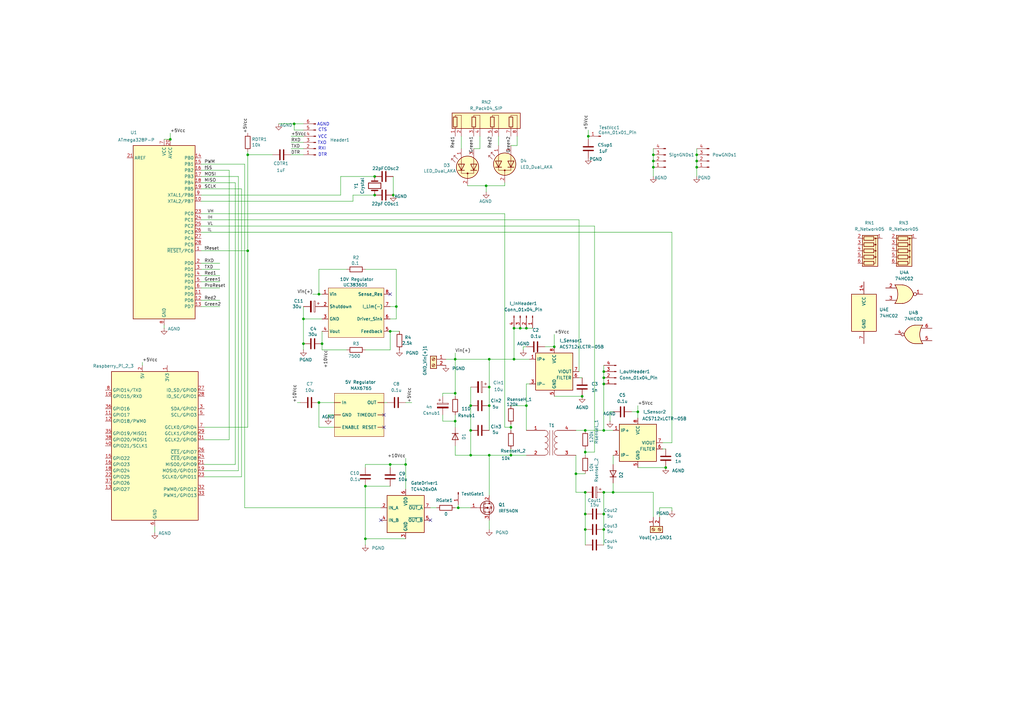
<source format=kicad_sch>
(kicad_sch (version 20250114) (generator "eeschema") (generator_version "9.0")
  (paper "A3")
  (lib_symbols
    (symbol "74xx:74HC02" (pin_names (offset 1.016))
      (property "Reference" "U" (at 0 1.27 0))
      (property "Value" "74HC02" (at 0 -1.27 0))
      (symbol "74HC02_1_1"
        (pin input line (at -7.62 2.54 0) (length 4.318) (name "~") (number "2"))
        (pin input line (at -7.62 -2.54 0) (length 4.318) (name "~") (number "3"))
        (pin output inverted (at 7.62 0 180) (length 3.81) (name "~") (number "1"))
      )
      (symbol "74HC02_1_2"
        (pin input inverted (at -7.62 2.54 0) (length 3.81) (name "~") (number "2"))
        (pin input inverted (at -7.62 -2.54 0) (length 3.81) (name "~") (number "3"))
        (pin output line (at 7.62 0 180) (length 3.81) (name "~") (number "1"))
      )
      (symbol "74HC02_2_1"
        (pin input line (at -7.62 2.54 0) (length 4.318) (name "~") (number "5"))
        (pin input line (at -7.62 -2.54 0) (length 4.318) (name "~") (number "6"))
        (pin output inverted (at 7.62 0 180) (length 3.81) (name "~") (number "4"))
      )
      (symbol "74HC02_2_2"
        (pin input inverted (at -7.62 2.54 0) (length 3.81) (name "~") (number "5"))
        (pin input inverted (at -7.62 -2.54 0) (length 3.81) (name "~") (number "6"))
        (pin output line (at 7.62 0 180) (length 3.81) (name "~") (number "4"))
      )
      (symbol "74HC02_3_1"
        (pin input line (at -7.62 2.54 0) (length 4.318) (name "~") (number "8"))
        (pin input line (at -7.62 -2.54 0) (length 4.318) (name "~") (number "9"))
        (pin output inverted (at 7.62 0 180) (length 3.81) (name "~") (number "10"))
      )
      (symbol "74HC02_3_2"
        (pin input inverted (at -7.62 2.54 0) (length 3.81) (name "~") (number "8"))
        (pin input inverted (at -7.62 -2.54 0) (length 3.81) (name "~") (number "9"))
        (pin output line (at 7.62 0 180) (length 3.81) (name "~") (number "10"))
      )
      (symbol "74HC02_4_1"
        (pin input line (at -7.62 2.54 0) (length 4.318) (name "~") (number "11"))
        (pin input line (at -7.62 -2.54 0) (length 4.318) (name "~") (number "12"))
        (pin output inverted (at 7.62 0 180) (length 3.81) (name "~") (number "13"))
      )
      (symbol "74HC02_4_2"
        (pin input inverted (at -7.62 2.54 0) (length 3.81) (name "~") (number "11"))
        (pin input inverted (at -7.62 -2.54 0) (length 3.81) (name "~") (number "12"))
        (pin output line (at 7.62 0 180) (length 3.81) (name "~") (number "13"))
      )
      (symbol "74HC02_5_0"
        (pin power_in line (at 0 12.7 270) (length 5.08) (name "VCC") (number "14"))
        (pin power_in line (at 0 -12.7 90) (length 5.08) (name "GND") (number "7"))
      )
    )
    (symbol "Connector:Conn_01x01_Pin" (pin_names (offset 1.016) (hide yes))
      (property "Reference" "J" (at 0 2.54 0))
      (property "Value" "Conn_01x01_Pin" (at 0 -2.54 0))
      (symbol "Conn_01x01_Pin_1_1"
        (pin passive line (at 5.08 0 180) (length 3.81) (name "Pin_1") (number "1"))
      )
    )
    (symbol "Connector:Conn_01x04_Pin" (pin_names (offset 1.016) (hide yes))
      (property "Reference" "J" (at 0 5.08 0))
      (property "Value" "Conn_01x04_Pin" (at 0 -7.62 0))
      (symbol "Conn_01x04_Pin_1_1"
        (pin passive line (at 5.08 2.54 180) (length 3.81) (name "Pin_1") (number "1"))
        (pin passive line (at 5.08 0 180) (length 3.81) (name "Pin_2") (number "2"))
        (pin passive line (at 5.08 -2.54 180) (length 3.81) (name "Pin_3") (number "3"))
        (pin passive line (at 5.08 -5.08 180) (length 3.81) (name "Pin_4") (number "4"))
      )
    )
    (symbol "Connector:Raspberry_Pi_2_3"
      (property "Reference" "J" (at -17.78 31.75 0))
      (property "Value" "Raspberry_Pi_2_3" (at 10.16 -31.75 0))
      (symbol "Raspberry_Pi_2_3_1_1"
        (pin bidirectional line (at -20.32 22.86 0) (length 2.54) (name "GPIO14/TXD") (number "8"))
        (pin bidirectional line (at -20.32 20.32 0) (length 2.54) (name "GPIO15/RXD") (number "10"))
        (pin bidirectional line (at -20.32 15.24 0) (length 2.54) (name "GPIO16") (number "36"))
        (pin bidirectional line (at -20.32 12.7 0) (length 2.54) (name "GPIO17") (number "11"))
        (pin bidirectional line (at -20.32 10.16 0) (length 2.54) (name "GPIO18/PWM0") (number "12"))
        (pin bidirectional line (at -20.32 5.08 0) (length 2.54) (name "GPIO19/MISO1") (number "35"))
        (pin bidirectional line (at -20.32 2.54 0) (length 2.54) (name "GPIO20/MOSI1") (number "38"))
        (pin bidirectional line (at -20.32 0 0) (length 2.54) (name "GPIO21/SCLK1") (number "40"))
        (pin bidirectional line (at -20.32 -5.08 0) (length 2.54) (name "GPIO22") (number "15"))
        (pin bidirectional line (at -20.32 -7.62 0) (length 2.54) (name "GPIO23") (number "16"))
        (pin bidirectional line (at -20.32 -10.16 0) (length 2.54) (name "GPIO24") (number "18"))
        (pin bidirectional line (at -20.32 -12.7 0) (length 2.54) (name "GPIO25") (number "22"))
        (pin bidirectional line (at -20.32 -15.24 0) (length 2.54) (name "GPIO26") (number "37"))
        (pin bidirectional line (at -20.32 -17.78 0) (length 2.54) (name "GPIO27") (number "13"))
        (pin power_in line (at -5.08 33.02 270) (length 2.54) (name "5V") (number "2"))
        (pin passive line (at -5.08 33.02 270) (length 2.54) (hide yes) (name "5V") (number "4"))
        (pin passive line (at 0 -33.02 90) (length 2.54) (hide yes) (name "GND") (number "14"))
        (pin passive line (at 0 -33.02 90) (length 2.54) (hide yes) (name "GND") (number "20"))
        (pin passive line (at 0 -33.02 90) (length 2.54) (hide yes) (name "GND") (number "25"))
        (pin passive line (at 0 -33.02 90) (length 2.54) (hide yes) (name "GND") (number "30"))
        (pin passive line (at 0 -33.02 90) (length 2.54) (hide yes) (name "GND") (number "34"))
        (pin passive line (at 0 -33.02 90) (length 2.54) (hide yes) (name "GND") (number "39"))
        (pin power_in line (at 0 -33.02 90) (length 2.54) (name "GND") (number "6"))
        (pin passive line (at 0 -33.02 90) (length 2.54) (hide yes) (name "GND") (number "9"))
        (pin power_in line (at 5.08 33.02 270) (length 2.54) (name "3V3") (number "1"))
        (pin passive line (at 5.08 33.02 270) (length 2.54) (hide yes) (name "3V3") (number "17"))
        (pin bidirectional line (at 20.32 22.86 180) (length 2.54) (name "ID_SD/GPIO0") (number "27"))
        (pin bidirectional line (at 20.32 20.32 180) (length 2.54) (name "ID_SC/GPIO1") (number "28"))
        (pin bidirectional line (at 20.32 15.24 180) (length 2.54) (name "SDA/GPIO2") (number "3"))
        (pin bidirectional line (at 20.32 12.7 180) (length 2.54) (name "SCL/GPIO3") (number "5"))
        (pin bidirectional line (at 20.32 7.62 180) (length 2.54) (name "GCLK0/GPIO4") (number "7"))
        (pin bidirectional line (at 20.32 5.08 180) (length 2.54) (name "GCLK1/GPIO5") (number "29"))
        (pin bidirectional line (at 20.32 2.54 180) (length 2.54) (name "GCLK2/GPIO6") (number "31"))
        (pin bidirectional line (at 20.32 -2.54 180) (length 2.54) (name "~{CE1}/GPIO7") (number "26"))
        (pin bidirectional line (at 20.32 -5.08 180) (length 2.54) (name "~{CE0}/GPIO8") (number "24"))
        (pin bidirectional line (at 20.32 -7.62 180) (length 2.54) (name "MISO0/GPIO9") (number "21"))
        (pin bidirectional line (at 20.32 -10.16 180) (length 2.54) (name "MOSI0/GPIO10") (number "19"))
        (pin bidirectional line (at 20.32 -12.7 180) (length 2.54) (name "SCLK0/GPIO11") (number "23"))
        (pin bidirectional line (at 20.32 -17.78 180) (length 2.54) (name "PWM0/GPIO12") (number "32"))
        (pin bidirectional line (at 20.32 -20.32 180) (length 2.54) (name "PWM1/GPIO13") (number "33"))
      )
    )
    (symbol "Connector:Screw_Terminal_01x02" (pin_names (offset 1.016) (hide yes))
      (property "Reference" "J" (at 0 2.54 0))
      (property "Value" "Screw_Terminal_01x02" (at 0 -5.08 0))
      (symbol "Screw_Terminal_01x02_1_1"
        (pin passive line (at -5.08 0 0) (length 3.81) (name "Pin_1") (number "1"))
        (pin passive line (at -5.08 -2.54 0) (length 3.81) (name "Pin_2") (number "2"))
      )
    )
    (symbol "Device:C" (pin_numbers (hide yes)) (pin_names (offset 0.254))
      (property "Reference" "C" (at 0.635 2.54 0))
      (property "Value" "C" (at 0.635 -2.54 0))
      (symbol "C_1_1"
        (pin passive line (at 0 3.81 270) (length 2.794) (name "~") (number "1"))
        (pin passive line (at 0 -3.81 90) (length 2.794) (name "~") (number "2"))
      )
    )
    (symbol "Device:C_Polarized" (pin_numbers (hide yes)) (pin_names (offset 0.254))
      (property "Reference" "C" (at 0.635 2.54 0))
      (property "Value" "C_Polarized" (at 0.635 -2.54 0))
      (symbol "C_Polarized_1_1"
        (pin passive line (at 0 3.81 270) (length 2.794) (name "~") (number "1"))
        (pin passive line (at 0 -3.81 90) (length 2.794) (name "~") (number "2"))
      )
    )
    (symbol "Device:D" (pin_numbers (hide yes)) (pin_names (offset 1.016) (hide yes))
      (property "Reference" "D" (at 0 2.54 0))
      (property "Value" "D" (at 0 -2.54 0))
      (symbol "D_1_1"
        (pin passive line (at -3.81 0 0) (length 2.54) (name "K") (number "1"))
        (pin passive line (at 3.81 0 180) (length 2.54) (name "A") (number "2"))
      )
    )
    (symbol "Device:LED_Dual_AKA" (pin_names (offset 0) (hide yes))
      (property "Reference" "D" (at 0 5.715 0))
      (property "Value" "LED_Dual_AKA" (at 0 -6.35 0))
      (symbol "LED_Dual_AKA_1_1"
        (pin input line (at -7.62 0 0) (length 3.048) (name "K") (number "2"))
        (pin input line (at 7.62 2.54 180) (length 3.81) (name "A1") (number "1"))
        (pin input line (at 7.62 -2.54 180) (length 3.81) (name "A2") (number "3"))
      )
    )
    (symbol "Device:R" (pin_numbers (hide yes)) (pin_names (offset 0))
      (property "Reference" "R" (at 2.032 0 90))
      (property "Value" "R" (at 0 0 90))
      (symbol "R_1_1"
        (pin passive line (at 0 3.81 270) (length 1.27) (name "~") (number "1"))
        (pin passive line (at 0 -3.81 90) (length 1.27) (name "~") (number "2"))
      )
    )
    (symbol "Device:R_Network05" (pin_names (offset 0) (hide yes))
      (property "Reference" "RN" (at -7.62 0 90))
      (property "Value" "R_Network05" (at 7.62 0 90))
      (symbol "R_Network05_1_1"
        (pin passive line (at -5.08 5.08 270) (length 2.54) (name "common") (number "1"))
        (pin passive line (at -5.08 -5.08 90) (length 1.27) (name "R1") (number "2"))
        (pin passive line (at -2.54 -5.08 90) (length 1.27) (name "R2") (number "3"))
        (pin passive line (at 0 -5.08 90) (length 1.27) (name "R3") (number "4"))
        (pin passive line (at 2.54 -5.08 90) (length 1.27) (name "R4") (number "5"))
        (pin passive line (at 5.08 -5.08 90) (length 1.27) (name "R5") (number "6"))
      )
    )
    (symbol "Device:R_Pack04_SIP" (pin_names (offset 0) (hide yes))
      (property "Reference" "RN" (at -15.24 0 90))
      (property "Value" "R_Pack04_SIP" (at 15.24 0 90))
      (symbol "R_Pack04_SIP_1_1"
        (pin passive line (at -12.7 -5.08 90) (length 3.81) (name "R1.1") (number "1"))
        (pin passive line (at -10.16 -5.08 90) (length 3.81) (name "R1.2") (number "2"))
        (pin passive line (at -5.08 -5.08 90) (length 3.81) (name "R2.1") (number "3"))
        (pin passive line (at -2.54 -5.08 90) (length 3.81) (name "R2.2") (number "4"))
        (pin passive line (at 2.54 -5.08 90) (length 3.81) (name "R3.1") (number "5"))
        (pin passive line (at 5.08 -5.08 90) (length 3.81) (name "R3.2") (number "6"))
        (pin passive line (at 10.16 -5.08 90) (length 3.81) (name "R4.1") (number "7"))
        (pin passive line (at 12.7 -5.08 90) (length 3.81) (name "R4.2") (number "8"))
      )
    )
    (symbol "Device:Transformer_1P_1S" (pin_names (offset 1.016) (hide yes))
      (property "Reference" "T" (at 0 6.35 0))
      (property "Value" "Transformer_1P_1S" (at 0 -7.62 0))
      (symbol "Transformer_1P_1S_1_1"
        (pin passive line (at -10.16 5.08 0) (length 7.62) (name "AA") (number "1"))
        (pin passive line (at -10.16 -5.08 0) (length 7.62) (name "AB") (number "2"))
        (pin passive line (at 10.16 5.08 180) (length 7.62) (name "SB") (number "4"))
        (pin passive line (at 10.16 -5.08 180) (length 7.62) (name "SA") (number "3"))
      )
    )
    (symbol "Driver_FET:TC4426xOA"
      (property "Reference" "U" (at -7.62 8.89 0))
      (property "Value" "TC4426xOA" (at 1.27 8.89 0))
      (symbol "TC4426xOA_1_1"
        (pin input line (at -10.16 2.54 0) (length 2.54) (name "IN_A") (number "2"))
        (pin input line (at -10.16 -2.54 0) (length 2.54) (name "IN_B") (number "4"))
        (pin no_connect line (at -7.62 0 0) (length 2.54) (hide yes) (name "NC") (number "1"))
        (pin power_in line (at 0 10.16 270) (length 2.54) (name "VDD") (number "6"))
        (pin power_in line (at 0 -10.16 90) (length 2.54) (name "GND") (number "3"))
        (pin no_connect line (at 7.62 0 180) (length 2.54) (hide yes) (name "NC") (number "8"))
        (pin output line (at 10.16 2.54 180) (length 2.54) (name "~{OUT_A}") (number "7"))
        (pin output line (at 10.16 -2.54 180) (length 2.54) (name "~{OUT_B}") (number "5"))
      )
    )
    (symbol "MCU_Microchip_ATmega:ATmega328P-P"
      (property "Reference" "U" (at -12.7 36.83 0))
      (property "Value" "ATmega328P-P" (at 2.54 -36.83 0))
      (symbol "ATmega328P-P_1_1"
        (pin passive line (at -15.24 30.48 0) (length 2.54) (name "AREF") (number "21"))
        (pin power_in line (at 0 38.1 270) (length 2.54) (name "VCC") (number "7"))
        (pin passive line (at 0 -38.1 90) (length 2.54) (hide yes) (name "GND") (number "22"))
        (pin power_in line (at 0 -38.1 90) (length 2.54) (name "GND") (number "8"))
        (pin power_in line (at 2.54 38.1 270) (length 2.54) (name "AVCC") (number "20"))
        (pin bidirectional line (at 15.24 30.48 180) (length 2.54) (name "PB0") (number "14"))
        (pin bidirectional line (at 15.24 27.94 180) (length 2.54) (name "PB1") (number "15"))
        (pin bidirectional line (at 15.24 25.4 180) (length 2.54) (name "PB2") (number "16"))
        (pin bidirectional line (at 15.24 22.86 180) (length 2.54) (name "PB3") (number "17"))
        (pin bidirectional line (at 15.24 20.32 180) (length 2.54) (name "PB4") (number "18"))
        (pin bidirectional line (at 15.24 17.78 180) (length 2.54) (name "PB5") (number "19"))
        (pin bidirectional line (at 15.24 15.24 180) (length 2.54) (name "XTAL1/PB6") (number "9"))
        (pin bidirectional line (at 15.24 12.7 180) (length 2.54) (name "XTAL2/PB7") (number "10"))
        (pin bidirectional line (at 15.24 7.62 180) (length 2.54) (name "PC0") (number "23"))
        (pin bidirectional line (at 15.24 5.08 180) (length 2.54) (name "PC1") (number "24"))
        (pin bidirectional line (at 15.24 2.54 180) (length 2.54) (name "PC2") (number "25"))
        (pin bidirectional line (at 15.24 0 180) (length 2.54) (name "PC3") (number "26"))
        (pin bidirectional line (at 15.24 -2.54 180) (length 2.54) (name "PC4") (number "27"))
        (pin bidirectional line (at 15.24 -5.08 180) (length 2.54) (name "PC5") (number "28"))
        (pin bidirectional line (at 15.24 -7.62 180) (length 2.54) (name "~{RESET}/PC6") (number "1"))
        (pin bidirectional line (at 15.24 -12.7 180) (length 2.54) (name "PD0") (number "2"))
        (pin bidirectional line (at 15.24 -15.24 180) (length 2.54) (name "PD1") (number "3"))
        (pin bidirectional line (at 15.24 -17.78 180) (length 2.54) (name "PD2") (number "4"))
        (pin bidirectional line (at 15.24 -20.32 180) (length 2.54) (name "PD3") (number "5"))
        (pin bidirectional line (at 15.24 -22.86 180) (length 2.54) (name "PD4") (number "6"))
        (pin bidirectional line (at 15.24 -25.4 180) (length 2.54) (name "PD5") (number "11"))
        (pin bidirectional line (at 15.24 -27.94 180) (length 2.54) (name "PD6") (number "12"))
        (pin bidirectional line (at 15.24 -30.48 180) (length 2.54) (name "PD7") (number "13"))
      )
    )
    (symbol "New_Library:MAX6765"
      (property "Reference" "MAX6765" (at 0 0 0))
      (symbol "MAX6765_1_1"
        (pin input line (at -10.16 -5.08 0) (length 2.54) (name "In") (number ""))
        (pin input line (at -10.16 -10.16 0) (length 2.54) (name "GND") (number ""))
        (pin input line (at -10.16 -15.24 0) (length 2.54) (name "ENABLE") (number ""))
        (pin input line (at 10.16 -5.08 180) (length 2.54) (name "OUT") (number ""))
        (pin input line (at 10.16 -10.16 180) (length 2.54) (name "TIMEOUT") (number ""))
        (pin input line (at 10.16 -15.24 180) (length 2.54) (name "RESET") (number ""))
      )
    )
    (symbol "Regulator:UC2836D"
      (property "Reference" "UC2836D" (at 0 0 0))
      (symbol "UC2836D_1_1"
        (pin input line (at -13.97 -3.81 0) (length 2.54) (name "Vin") (number "1"))
        (pin input line (at -13.97 -8.89 0) (length 2.54) (name "Shutdown") (number "2"))
        (pin output line (at -13.97 -13.97 0) (length 2.54) (name "GND") (number "3"))
        (pin output line (at -13.97 -19.05 0) (length 2.54) (name "Vout") (number "4"))
        (pin unspecified line (at 13.97 -3.81 180) (length 2.54) (name "Sense_Res") (number "8"))
        (pin output line (at 13.97 -8.89 180) (length 2.54) (name "I_Lim(-)") (number "7"))
        (pin input line (at 13.97 -13.97 180) (length 2.54) (name "Driver_Sink") (number "6"))
        (pin input line (at 13.97 -19.05 180) (length 2.54) (name "Feedback") (number "5"))
      )
    )
    (symbol "Sensor_Current:ACS712xLCTR-05B"
      (property "Reference" "U" (at 2.54 11.43 0))
      (property "Value" "ACS712xLCTR-05B" (at 2.54 8.89 0))
      (symbol "ACS712xLCTR-05B_1_1"
        (pin passive line (at -10.16 5.08 0) (length 2.54) (name "IP+") (number "1"))
        (pin passive line (at -10.16 5.08 0) (length 2.54) (hide yes) (name "IP+") (number "2"))
        (pin passive line (at -10.16 -5.08 0) (length 2.54) (name "IP-") (number "3"))
        (pin passive line (at -10.16 -5.08 0) (length 2.54) (hide yes) (name "IP-") (number "4"))
        (pin power_in line (at 0 10.16 270) (length 2.54) (name "VCC") (number "8"))
        (pin power_in line (at 0 -10.16 90) (length 2.54) (name "GND") (number "5"))
        (pin output line (at 10.16 0 180) (length 2.54) (name "VIOUT") (number "7"))
        (pin passive line (at 10.16 -2.54 180) (length 2.54) (name "FILTER") (number "6"))
      )
    )
    (symbol "Transistor_FET:IRF540N" (pin_names (hide yes))
      (property "Reference" "Q" (at 5.08 1.905 0))
      (property "Value" "IRF540N" (at 5.08 0 0))
      (symbol "IRF540N_1_1"
        (pin input line (at -5.08 0 0) (length 2.54) (name "G") (number "1"))
        (pin passive line (at 2.54 5.08 270) (length 2.54) (name "D") (number "2"))
        (pin passive line (at 2.54 -5.08 90) (length 2.54) (name "S") (number "3"))
      )
    )
    (symbol "Xtal_16MHz:Crystal" (pin_numbers (hide yes)) (pin_names (offset 1.016) (hide yes))
      (property "Reference" "Y" (at 0 3.81 0))
      (property "Value" "Crystal" (at 0 -3.81 0))
      (symbol "Crystal_1_1"
        (pin passive line (at -3.81 0 0) (length 1.27) (name "1") (number "1"))
        (pin passive line (at 3.81 0 180) (length 1.27) (name "2") (number "2"))
      )
    )
    (symbol "conn_01x06_male:Conn_01x06_Male" (pin_names (offset 1.016) (hide yes))
      (property "Reference" "HeaderFTDI1" (at -6.35 -1.524 0))
      (property "Value" "Conn_01x06_Male" (at -6.35 -3.8354 0))
      (symbol "Conn_01x06_Male_1_1"
        (pin passive line (at 5.08 5.08 180) (length 3.81) (name "Pin_1") (number "1"))
        (pin passive line (at 5.08 2.54 180) (length 3.81) (name "Pin_2") (number "2"))
        (pin passive line (at 5.08 0 180) (length 3.81) (name "Pin_3") (number "3"))
        (pin passive line (at 5.08 -2.54 180) (length 3.81) (name "Pin_4") (number "4"))
        (pin passive line (at 5.08 -5.08 180) (length 3.81) (name "Pin_5") (number "5"))
        (pin passive line (at 5.08 -7.62 180) (length 3.81) (name "Pin_6") (number "6"))
      )
    )
    (symbol "power:GND" (power) (pin_numbers (hide yes)) (pin_names (offset 0) (hide yes))
      (property "Value" "GND" (at 0 -3.81 0))
      (symbol "GND_1_1"
        (pin power_in line (at 0 0 270) (length 0) (name "~") (number "1"))
      )
    )
  )
  (text "AGND\n\n" (at 132.588 52.07 0) (effects (font (size 1.27 1.27))))
  (text "VCC" (at 132.334 56.134 0) (effects (font (size 1.27 1.27))))
  (text "RXI\n" (at 132.08 60.96 0) (effects (font (size 1.27 1.27))))
  (text "CTS\n" (at 132.334 53.34 0) (effects (font (size 1.27 1.27))))
  (text "TXO\n\n" (at 132.08 59.69 0) (effects (font (size 1.27 1.27))))
  (text "DTR\n" (at 132.334 63.5 0) (effects (font (size 1.27 1.27))))
  (junction (at 285.75 68.58))
  (junction (at 187.96 208.28))
  (junction (at 209.55 175.26))
  (junction (at 193.04 166.37))
  (junction (at 199.39 76.2))
  (junction (at 285.75 63.5))
  (junction (at 247.65 201.93))
  (junction (at 285.75 66.04))
  (junction (at 240.03 185.42))
  (junction (at 200.66 186.69))
  (junction (at 247.65 210.82))
  (junction (at 186.69 172.72))
  (junction (at 238.76 162.56))
  (junction (at 247.65 154.94))
  (junction (at 273.05 191.77))
  (junction (at 130.81 165.1))
  (junction (at 247.65 176.53))
  (junction (at 241.3 55.88))
  (junction (at 215.9 166.37))
  (junction (at 210.82 134.62))
  (junction (at 240.03 217.17))
  (junction (at 240.03 176.53))
  (junction (at 120.65 50.8))
  (junction (at 153.67 72.39))
  (junction (at 240.03 210.82))
  (junction (at 160.02 135.89))
  (junction (at 267.97 66.04))
  (junction (at 124.46 130.81))
  (junction (at 213.36 134.62))
  (junction (at 240.03 201.93))
  (junction (at 227.33 142.24))
  (junction (at 153.67 80.01))
  (junction (at 101.6 63.5))
  (junction (at 186.69 147.32))
  (junction (at 261.62 168.91))
  (junction (at 236.22 194.31))
  (junction (at 247.65 157.48))
  (junction (at 251.46 201.93))
  (junction (at 130.81 120.65))
  (junction (at 149.86 199.39))
  (junction (at 101.6 102.87))
  (junction (at 267.97 68.58))
  (junction (at 215.9 134.62))
  (junction (at 161.29 80.01))
  (junction (at 186.69 161.29))
  (junction (at 166.37 190.5))
  (junction (at 149.86 220.98))
  (junction (at 210.82 147.32))
  (junction (at 267.97 63.5))
  (junction (at 193.04 176.53))
  (junction (at 200.66 166.37))
  (junction (at 247.65 152.4))
  (junction (at 200.66 158.75))
  (junction (at 162.56 125.73))
  (junction (at 200.66 147.32))
  (junction (at 132.08 140.97))
  (junction (at 69.85 57.15))
  (junction (at 209.55 186.69))
  (junction (at 160.02 190.5))
  (junction (at 193.04 186.69))
  (junction (at 124.46 140.97))
  (junction (at 247.65 217.17))
  (no_connect (at 160.02 120.65))
  (no_connect (at 157.48 175.26))
  (no_connect (at 176.53 213.36))
  (no_connect (at 156.21 213.36))
  (no_connect (at 157.48 170.18))
  (wire (pts (xy 130.81 175.26) (xy 130.81 165.1)))
  (wire (pts (xy 209.55 166.37) (xy 215.9 166.37)))
  (wire (pts (xy 199.39 76.2) (xy 199.39 78.74)))
  (wire (pts (xy 149.86 199.39) (xy 160.02 199.39)))
  (wire (pts (xy 101.6 63.5) (xy 111.76 63.5)))
  (wire (pts (xy 182.88 147.32) (xy 186.69 147.32)))
  (wire (pts (xy 67.31 133.35) (xy 67.31 134.62)))
  (wire (pts (xy 247.65 157.48) (xy 247.65 176.53)))
  (wire (pts (xy 261.62 191.77) (xy 273.05 191.77)))
  (wire (pts (xy 119.38 63.5) (xy 124.46 63.5)))
  (wire (pts (xy 209.55 173.99) (xy 209.55 175.26)))
  (wire (pts (xy 162.56 130.81) (xy 162.56 125.73)))
  (wire (pts (xy 181.61 161.29) (xy 186.69 161.29)))
  (wire (pts (xy 120.65 50.8) (xy 120.65 53.34)))
  (wire (pts (xy 82.55 107.95) (xy 90.17 107.95)))
  (wire (pts (xy 96.52 74.93) (xy 82.55 74.93)))
  (wire (pts (xy 267.97 66.04) (xy 267.97 68.58)))
  (wire (pts (xy 139.7 72.39) (xy 139.7 80.01)))
  (wire (pts (xy 200.66 147.32) (xy 210.82 147.32)))
  (wire (pts (xy 82.55 115.57) (xy 90.17 115.57)))
  (wire (pts (xy 130.81 120.65) (xy 130.81 110.49)))
  (wire (pts (xy 162.56 125.73) (xy 160.02 125.73)))
  (wire (pts (xy 243.84 185.42) (xy 240.03 185.42)))
  (wire (pts (xy 157.48 165.1) (xy 158.75 165.1)))
  (wire (pts (xy 186.69 172.72) (xy 186.69 170.18)))
  (wire (pts (xy 82.55 87.63) (xy 207.01 87.63)))
  (wire (pts (xy 207.01 76.2) (xy 207.01 74.93)))
  (wire (pts (xy 193.04 166.37) (xy 193.04 176.53)))
  (wire (pts (xy 83.82 193.04) (xy 97.79 193.04)))
  (wire (pts (xy 161.29 72.39) (xy 161.29 80.01)))
  (wire (pts (xy 210.82 134.62) (xy 210.82 147.32)))
  (wire (pts (xy 128.27 120.65) (xy 130.81 120.65)))
  (wire (pts (xy 236.22 201.93) (xy 240.03 201.93)))
  (wire (pts (xy 207.01 87.63) (xy 207.01 175.26)))
  (wire (pts (xy 97.79 193.04) (xy 97.79 72.39)))
  (wire (pts (xy 82.55 113.03) (xy 90.17 113.03)))
  (wire (pts (xy 236.22 186.69) (xy 236.22 194.31)))
  (wire (pts (xy 187.96 208.28) (xy 193.04 208.28)))
  (wire (pts (xy 132.08 143.51) (xy 142.24 143.51)))
  (wire (pts (xy 130.81 110.49) (xy 142.24 110.49)))
  (wire (pts (xy 240.03 217.17) (xy 240.03 223.52)))
  (wire (pts (xy 193.04 176.53) (xy 193.04 186.69)))
  (wire (pts (xy 285.75 68.58) (xy 285.75 72.39)))
  (wire (pts (xy 82.55 125.73) (xy 90.17 125.73)))
  (wire (pts (xy 209.55 175.26) (xy 209.55 176.53)))
  (wire (pts (xy 241.3 55.88) (xy 241.3 57.15)))
  (wire (pts (xy 166.37 190.5) (xy 166.37 187.96)))
  (wire (pts (xy 144.78 82.55) (xy 82.55 82.55)))
  (wire (pts (xy 83.82 175.26) (xy 101.6 175.26)))
  (wire (pts (xy 193.04 158.75) (xy 193.04 166.37)))
  (wire (pts (xy 99.06 77.47) (xy 82.55 77.47)))
  (wire (pts (xy 223.52 142.24) (xy 227.33 142.24)))
  (wire (pts (xy 247.65 176.53) (xy 251.46 176.53)))
  (wire (pts (xy 186.69 161.29) (xy 186.69 147.32)))
  (wire (pts (xy 132.08 140.97) (xy 132.08 143.51)))
  (wire (pts (xy 270.51 208.28) (xy 270.51 212.09)))
  (wire (pts (xy 124.46 125.73) (xy 124.46 130.81)))
  (wire (pts (xy 100.33 208.28) (xy 156.21 208.28)))
  (wire (pts (xy 247.65 149.86) (xy 247.65 152.4)))
  (wire (pts (xy 247.65 210.82) (xy 247.65 201.93)))
  (wire (pts (xy 247.65 152.4) (xy 247.65 154.94)))
  (wire (pts (xy 267.97 201.93) (xy 251.46 201.93)))
  (wire (pts (xy 144.78 80.01) (xy 153.67 80.01)))
  (wire (pts (xy 247.65 201.93) (xy 251.46 201.93)))
  (wire (pts (xy 162.56 110.49) (xy 162.56 125.73)))
  (wire (pts (xy 236.22 176.53) (xy 240.03 176.53)))
  (wire (pts (xy 186.69 162.56) (xy 186.69 161.29)))
  (wire (pts (xy 149.86 110.49) (xy 162.56 110.49)))
  (wire (pts (xy 121.92 165.1) (xy 123.19 165.1)))
  (wire (pts (xy 214.63 142.24) (xy 214.63 143.51)))
  (wire (pts (xy 101.6 62.23) (xy 101.6 63.5)))
  (wire (pts (xy 82.55 102.87) (xy 101.6 102.87)))
  (wire (pts (xy 251.46 168.91) (xy 250.19 168.91)))
  (wire (pts (xy 285.75 63.5) (xy 285.75 66.04)))
  (wire (pts (xy 250.19 168.91) (xy 250.19 172.72)))
  (wire (pts (xy 101.6 102.87) (xy 101.6 63.5)))
  (wire (pts (xy 247.65 217.17) (xy 247.65 210.82)))
  (wire (pts (xy 82.55 92.71) (xy 243.84 92.71)))
  (wire (pts (xy 271.78 181.61) (xy 275.59 181.61)))
  (wire (pts (xy 82.55 123.19) (xy 90.17 123.19)))
  (wire (pts (xy 237.49 152.4) (xy 237.49 90.17)))
  (wire (pts (xy 236.22 194.31) (xy 240.03 194.31)))
  (wire (pts (xy 204.47 55.88) (xy 204.47 59.69)))
  (wire (pts (xy 227.33 137.16) (xy 227.33 142.24)))
  (wire (pts (xy 120.65 50.8) (xy 124.46 50.8)))
  (wire (pts (xy 209.55 184.15) (xy 209.55 186.69)))
  (wire (pts (xy 58.42 148.59) (xy 58.42 149.86)))
  (wire (pts (xy 82.55 69.85) (xy 93.98 69.85)))
  (wire (pts (xy 189.23 55.88) (xy 189.23 60.96)))
  (wire (pts (xy 82.55 95.25) (xy 275.59 95.25)))
  (wire (pts (xy 160.02 135.89) (xy 163.83 135.89)))
  (wire (pts (xy 200.66 158.75) (xy 200.66 166.37)))
  (wire (pts (xy 97.79 72.39) (xy 82.55 72.39)))
  (wire (pts (xy 139.7 72.39) (xy 153.67 72.39)))
  (wire (pts (xy 259.08 168.91) (xy 261.62 168.91)))
  (wire (pts (xy 139.7 80.01) (xy 82.55 80.01)))
  (wire (pts (xy 119.38 60.96) (xy 124.46 60.96)))
  (wire (pts (xy 63.5 215.9) (xy 63.5 218.44)))
  (wire (pts (xy 267.97 60.96) (xy 267.97 63.5)))
  (wire (pts (xy 209.55 186.69) (xy 200.66 186.69)))
  (wire (pts (xy 267.97 201.93) (xy 267.97 212.09)))
  (wire (pts (xy 186.69 144.78) (xy 186.69 147.32)))
  (wire (pts (xy 215.9 157.48) (xy 215.9 166.37)))
  (wire (pts (xy 285.75 60.96) (xy 285.75 63.5)))
  (wire (pts (xy 119.38 55.88) (xy 124.46 55.88)))
  (wire (pts (xy 191.77 76.2) (xy 199.39 76.2)))
  (wire (pts (xy 181.61 170.18) (xy 181.61 172.72)))
  (wire (pts (xy 247.65 154.94) (xy 247.65 157.48)))
  (wire (pts (xy 210.82 134.62) (xy 213.36 134.62)))
  (wire (pts (xy 237.49 90.17) (xy 82.55 90.17)))
  (wire (pts (xy 119.38 58.42) (xy 124.46 58.42)))
  (wire (pts (xy 100.33 67.31) (xy 100.33 208.28)))
  (wire (pts (xy 186.69 175.26) (xy 186.69 172.72)))
  (wire (pts (xy 137.16 165.1) (xy 130.81 165.1)))
  (wire (pts (xy 199.39 76.2) (xy 207.01 76.2)))
  (wire (pts (xy 207.01 175.26) (xy 209.55 175.26)))
  (wire (pts (xy 181.61 162.56) (xy 181.61 161.29)))
  (wire (pts (xy 176.53 208.28) (xy 179.07 208.28)))
  (wire (pts (xy 124.46 130.81) (xy 132.08 130.81)))
  (wire (pts (xy 270.51 208.28) (xy 275.59 208.28)))
  (wire (pts (xy 209.55 59.69) (xy 212.09 59.69)))
  (wire (pts (xy 82.55 67.31) (xy 100.33 67.31)))
  (wire (pts (xy 215.9 142.24) (xy 214.63 142.24)))
  (wire (pts (xy 160.02 190.5) (xy 160.02 191.77)))
  (wire (pts (xy 247.65 223.52) (xy 247.65 217.17)))
  (wire (pts (xy 82.55 110.49) (xy 90.17 110.49)))
  (wire (pts (xy 149.86 220.98) (xy 149.86 223.52)))
  (wire (pts (xy 212.09 55.88) (xy 212.09 59.69)))
  (wire (pts (xy 124.46 143.51) (xy 124.46 140.97)))
  (wire (pts (xy 200.66 213.36) (xy 200.66 217.17)))
  (wire (pts (xy 67.31 57.15) (xy 69.85 57.15)))
  (wire (pts (xy 267.97 68.58) (xy 267.97 72.39)))
  (wire (pts (xy 160.02 130.81) (xy 162.56 130.81)))
  (wire (pts (xy 217.17 157.48) (xy 215.9 157.48)))
  (wire (pts (xy 240.03 210.82) (xy 240.03 217.17)))
  (wire (pts (xy 200.66 147.32) (xy 200.66 158.75)))
  (wire (pts (xy 243.84 92.71) (xy 243.84 185.42)))
  (wire (pts (xy 240.03 185.42) (xy 240.03 184.15)))
  (wire (pts (xy 187.96 207.01) (xy 187.96 208.28)))
  (wire (pts (xy 166.37 165.1) (xy 168.91 165.1)))
  (wire (pts (xy 215.9 166.37) (xy 215.9 176.53)))
  (wire (pts (xy 134.62 170.18) (xy 137.16 170.18)))
  (wire (pts (xy 144.78 80.01) (xy 144.78 82.55)))
  (wire (pts (xy 130.81 175.26) (xy 137.16 175.26)))
  (wire (pts (xy 96.52 190.5) (xy 96.52 74.93)))
  (wire (pts (xy 210.82 147.32) (xy 217.17 147.32)))
  (wire (pts (xy 200.66 166.37) (xy 200.66 176.53)))
  (wire (pts (xy 149.86 199.39) (xy 149.86 220.98)))
  (wire (pts (xy 101.6 175.26) (xy 101.6 102.87)))
  (wire (pts (xy 186.69 186.69) (xy 186.69 182.88)))
  (wire (pts (xy 194.31 60.96) (xy 196.85 60.96)))
  (wire (pts (xy 251.46 201.93) (xy 251.46 198.12)))
  (wire (pts (xy 149.86 190.5) (xy 160.02 190.5)))
  (wire (pts (xy 186.69 186.69) (xy 193.04 186.69)))
  (wire (pts (xy 275.59 95.25) (xy 275.59 181.61)))
  (wire (pts (xy 251.46 186.69) (xy 251.46 190.5)))
  (wire (pts (xy 149.86 191.77) (xy 149.86 190.5)))
  (wire (pts (xy 83.82 190.5) (xy 96.52 190.5)))
  (wire (pts (xy 124.46 53.34) (xy 120.65 53.34)))
  (wire (pts (xy 93.98 180.34) (xy 83.82 180.34)))
  (wire (pts (xy 186.69 147.32) (xy 200.66 147.32)))
  (wire (pts (xy 193.04 186.69) (xy 200.66 186.69)))
  (wire (pts (xy 124.46 130.81) (xy 124.46 140.97)))
  (wire (pts (xy 261.62 168.91) (xy 261.62 171.45)))
  (wire (pts (xy 166.37 190.5) (xy 160.02 190.5)))
  (wire (pts (xy 99.06 195.58) (xy 99.06 77.47)))
  (wire (pts (xy 240.03 176.53) (xy 247.65 176.53)))
  (wire (pts (xy 130.81 120.65) (xy 132.08 120.65)))
  (wire (pts (xy 93.98 180.34) (xy 93.98 69.85)))
  (wire (pts (xy 261.62 166.37) (xy 261.62 168.91)))
  (wire (pts (xy 285.75 66.04) (xy 285.75 68.58)))
  (wire (pts (xy 82.55 118.11) (xy 90.17 118.11)))
  (wire (pts (xy 186.69 208.28) (xy 187.96 208.28)))
  (wire (pts (xy 215.9 186.69) (xy 209.55 186.69)))
  (wire (pts (xy 83.82 195.58) (xy 99.06 195.58)))
  (wire (pts (xy 69.85 54.61) (xy 69.85 57.15)))
  (wire (pts (xy 267.97 63.5) (xy 267.97 66.04)))
  (wire (pts (xy 236.22 194.31) (xy 236.22 201.93)))
  (wire (pts (xy 114.3 50.8) (xy 120.65 50.8)))
  (wire (pts (xy 200.66 186.69) (xy 200.66 203.2)))
  (wire (pts (xy 240.03 186.69) (xy 240.03 185.42)))
  (wire (pts (xy 275.59 208.28) (xy 275.59 209.55)))
  (wire (pts (xy 134.62 170.18) (xy 134.62 171.45)))
  (wire (pts (xy 241.3 53.34) (xy 241.3 55.88)))
  (wire (pts (xy 215.9 134.62) (xy 218.44 134.62)))
  (wire (pts (xy 149.86 220.98) (xy 166.37 220.98)))
  (wire (pts (xy 240.03 201.93) (xy 240.03 210.82)))
  (wire (pts (xy 166.37 190.5) (xy 166.37 200.66)))
  (wire (pts (xy 213.36 134.62) (xy 215.9 134.62)))
  (wire (pts (xy 238.76 154.94) (xy 237.49 154.94)))
  (wire (pts (xy 196.85 55.88) (xy 196.85 60.96)))
  (wire (pts (xy 160.02 143.51) (xy 160.02 135.89)))
  (wire (pts (xy 227.33 162.56) (xy 238.76 162.56)))
  (wire (pts (xy 273.05 184.15) (xy 271.78 184.15)))
  (wire (pts (xy 181.61 172.72) (xy 186.69 172.72)))
  (wire (pts (xy 149.86 143.51) (xy 160.02 143.51)))
  (wire (pts (xy 132.08 135.89) (xy 132.08 140.97)))
  (label "VL" (at 85.09 92.71 0))
  (label "Vin(+)" (at 186.69 144.78 0))
  (label "Red1" (at 186.69 55.88 270))
  (label "SCLK" (at 83.82 77.47 0))
  (label "PWM" (at 83.82 67.31 0))
  (label "RXD" (at 119.38 58.42 0))
  (label "Red1" (at 83.82 113.03 0))
  (label "Red2" (at 201.93 55.88 270))
  (label "+5Vcc" (at 168.91 165.1 90))
  (label "Vin(+)" (at 128.27 120.65 180))
  (label "ProReset" (at 83.82 118.11 0))
  (label "+5Vcc" (at 58.42 148.59 0))
  (label "MOSI" (at 83.82 72.39 0))
  (label "!SS" (at 83.82 69.85 0))
  (label "+10Vcc" (at 121.92 165.1 90))
  (label "DTR" (at 119.38 63.5 0))
  (label "Green1" (at 83.82 115.57 0))
  (label "+5Vcc" (at 241.3 53.34 90))
  (label "MISO" (at 83.82 74.93 0))
  (label "RXD" (at 83.82 107.95 0))
  (label "IL" (at 85.09 95.25 0))
  (label "Green1" (at 194.31 55.88 270))
  (label "VH" (at 85.09 87.63 0))
  (label "+5Vcc" (at 69.85 54.61 0))
  (label "Green2" (at 209.55 55.88 270))
  (label "+5Vcc" (at 261.62 166.37 0))
  (label "Green2" (at 83.82 125.73 0))
  (label "!Reset" (at 83.82 102.87 0))
  (label "+10Vcc" (at 166.37 187.96 180))
  (label "+5Vcc" (at 227.33 137.16 0))
  (label "+5Vcc" (at 101.6 54.61 90))
  (label "IH" (at 85.09 90.17 0))
  (label "TXD" (at 83.82 110.49 0))
  (label "TXD" (at 119.38 60.96 0))
  (label "Red2" (at 83.82 123.19 0))
  (label "+10Vcc" (at 134.62 143.51 270))
  (label "+5Vcc" (at 119.38 55.88 0))
  (symbol (lib_id "power:GND") (at 275.59 209.55 0) (unit 1)
    (property "Reference" "#PWR021" (effects (hide yes)))
    (property "Value" "PGND" (at 271.78 210.566 0))
    (property "Description" "Power symbol creates a global label with name \"GND\" , ground" (effects (hide yes)))
  )
  (symbol (lib_id "Device:C") (at 196.85 176.53 270) (unit 1)
    (property "Reference" "Cin3" (at 203.454 175.006 90))
    (property "Value" "5u" (at 203.2 177.292 90))
    (property "Footprint" "Capacitor_SMD:C_0805_2012Metric" (effects (hide yes)))
    (property "Datasheet" "https://mm.digikey.com/Volume0/opasdata/d220001/medias/docus/41/CL21A475KAQNNNE_Spec.pdf" (effects (hide yes)))
    (property "Description" "Unpolarized capacitor" (effects (hide yes)))
  )
  (symbol (lib_id "74xx:74HC02") (at 370.84 120.65 0) (unit 1)
    (property "Reference" "U4" (at 370.84 111.76 0))
    (property "Value" "74HC02" (at 370.84 114.3 0))
    (property "Footprint" "Package_DIP:DIP-14_W7.62mm_LongPads" (effects (hide yes)))
    (property "Datasheet" "http://www.ti.com/lit/gpn/sn74hc02" (effects (hide yes)))
    (property "Description" "quad 2-input NOR gate" (effects (hide yes)))
  )
  (symbol (lib_id "power:GND") (at 273.05 191.77 0) (unit 1)
    (property "Reference" "#PWR06" (effects (hide yes)))
    (property "Value" "AGND" (at 275.59 193.0399 0) (effects (justify left)))
    (property "Description" "Power symbol creates a global label with name \"GND\" , ground" (effects (hide yes)))
  )
  (symbol (lib_id "power:GND") (at 238.76 162.56 0) (unit 1)
    (property "Reference" "#PWR04" (effects (hide yes)))
    (property "Value" "AGND" (at 236.22 167.132 0) (effects (justify left)))
    (property "Description" "Power symbol creates a global label with name \"GND\" , ground" (effects (hide yes)))
  )
  (symbol (lib_id "power:GND") (at 67.31 134.62 0) (unit 1)
    (property "Reference" "#PWR011" (effects (hide yes)))
    (property "Value" "AGND" (at 71.374 134.874 0))
    (property "Description" "Power symbol creates a global label with name \"GND\" , ground" (effects (hide yes)))
  )
  (symbol (lib_id "Device:R") (at 209.55 170.18 180) (unit 1)
    (property "Reference" "RsenseH_1" (at 218.186 163.83 0) (effects (justify left)))
    (property "Value" "120k" (at 212.598 165.862 0) (effects (justify left)))
    (property "Footprint" "Resistor_SMD:R_0805_2012Metric" (effects (hide yes)))
    (property "Datasheet" "https://www.vishay.com/docs/20035/dcrcwe3.pdf" (effects (hide yes)))
    (property "Description" "Resistor" (effects (hide yes)))
  )
  (symbol (lib_id "power:GND") (at 199.39 78.74 0) (unit 1)
    (property "Reference" "#PWR08" (effects (hide yes)))
    (property "Value" "AGND" (at 199.136 82.55 0))
    (property "Description" "Power symbol creates a global label with name \"GND\" , ground" (effects (hide yes)))
  )
  (symbol (lib_id "Device:C") (at 162.56 165.1 90) (unit 1)
    (property "Reference" "C8" (at 162.56 157.48 90))
    (property "Value" "0.1u" (at 162.56 160.02 90))
    (property "Footprint" "Capacitor_SMD:C_0805_2012Metric" (effects (hide yes)))
    (property "Datasheet" "https://www.yageo.com/upload/media/product/productsearch/datasheet/mlcc/UPY-GPHC_X7R_6.3V-to-250V_24.pdf" (effects (hide yes)))
    (property "Description" "Unpolarized capacitor" (effects (hide yes)))
  )
  (symbol (lib_id "Device:C") (at 157.48 72.39 270) (unit 1)
    (property "Reference" "COsc2" (at 157.48 69.088 90) (effects (justify left)))
    (property "Value" "22pF" (at 152.654 69.088 90) (effects (justify left)))
    (property "Footprint" "Capacitor_SMD:C_0201_0603Metric" (effects (hide yes)))
  )
  (symbol (lib_id "Connector:Conn_01x01_Pin") (at 187.96 201.93 270) (unit 1)
    (property "Reference" "TestGate1" (at 189.23 202.5649 90) (effects (justify left)))
    (property "Value" "Conn_01x01_Pin" (effects (hide yes)))
    (property "Footprint" "Connector_JST:JST_XH_B1B-XH-AM_1x01_P2.50mm_Vertical" (effects (hide yes)))
    (property "Description" "Generic connector, single row, 01x01, script generated" (effects (hide yes)))
  )
  (symbol (lib_id "Driver_FET:TC4426xOA") (at 166.37 210.82 0) (unit 1)
    (property "Reference" "GateDriver1" (at 168.5133 198.12 0) (effects (justify left)))
    (property "Value" "TC4426xOA" (at 168.5133 200.66 0) (effects (justify left)))
    (property "Footprint" "Package_SO:SOIC-8_3.9x4.9mm_P1.27mm" (effects (hide yes)))
    (property "Datasheet" "https://ww1.microchip.com/downloads/en/DeviceDoc/20001422G.pdf" (effects (hide yes)))
    (property "Description" "1.5A Dual High-Speed Power MOSFET Drivers, 4.5...18V supply, TTL/CMOS compatible inputs, inverting drivers, SOIC-8" (effects (hide yes)))
  )
  (symbol (lib_id "power:GND") (at 241.3 64.77 0) (unit 1)
    (property "Reference" "#PWR015" (effects (hide yes)))
    (property "Value" "PGND" (at 244.348 65.278 0))
    (property "Description" "Power symbol creates a global label with name \"GND\" , ground" (effects (hide yes)))
  )
  (symbol (lib_id "power:GND") (at 114.3 50.8 0) (unit 1)
    (property "Reference" "#PWR016" (effects (hide yes)))
    (property "Value" "AGND" (at 117.348 51.308 0))
    (property "Description" "Power symbol creates a global label with name \"GND\" , ground" (effects (hide yes)))
  )
  (symbol (lib_id "Device:C") (at 115.57 63.5 90) (unit 1)
    (property "Reference" "CDTR1" (at 118.364 67.056 90) (effects (justify left)))
    (property "Value" "1uF" (at 117.094 69.85 90) (effects (justify left)))
    (property "Footprint" "Capacitor_SMD:C_0402_1005Metric" (effects (hide yes)))
    (property "Datasheet" "https://mm.digikey.com/Volume0/opasdata/d220001/medias/docus/272/mlcc02_e-1307760.pdf" (effects (hide yes)))
  )
  (symbol (lib_id "Sensor_Current:ACS712xLCTR-05B") (at 227.33 152.4 0) (unit 1)
    (property "Reference" "I_Sensor1" (at 229.4733 139.7 0) (effects (justify left)))
    (property "Value" "ACS712xLCTR-05B" (at 229.4733 142.24 0) (effects (justify left)))
    (property "Footprint" "Package_SO:SOIC-8_3.9x4.9mm_P1.27mm" (effects (hide yes)))
    (property "Datasheet" "http://www.allegromicro.com/~/media/Files/Datasheets/ACS712-Datasheet.ashx?la=en" (effects (hide yes)))
    (property "Description" "±5A Bidirectional Hall-Effect Current Sensor, +5.0V supply, 185mV/A, SOIC-8" (effects (hide yes)))
  )
  (symbol (lib_id "Device:R_Network05") (at 370.84 102.87 270) (unit 1)
    (property "Reference" "RN3" (at 370.586 91.44 90))
    (property "Value" "R_Network05" (at 370.586 93.98 90))
    (property "Footprint" "Resistor_THT:R_Array_SIP6" (effects (hide yes)))
    (property "Datasheet" "http://www.vishay.com/docs/31509/csc.pdf" (effects (hide yes)))
    (property "Description" "5 resistor network, star topology, bussed resistors, small symbol" (effects (hide yes)))
  )
  (symbol (lib_id "Connector:Conn_01x04_Pin") (at 252.73 154.94 180) (unit 1)
    (property "Reference" "I_outHeader1" (at 254 152.3999 0) (effects (justify right)))
    (property "Value" "Conn_01x04_Pin" (at 254 154.9399 0) (effects (justify right)))
    (property "Footprint" "Connector_PinHeader_2.54mm:PinHeader_1x04_P2.54mm_Vertical" (effects (hide yes)))
    (property "Description" "Generic connector, single row, 01x04, script generated" (effects (hide yes)))
  )
  (symbol (lib_id "Device:C") (at 238.76 158.75 180) (unit 1)
    (property "Reference" "C3" (at 242.57 157.4799 0) (effects (justify right)))
    (property "Value" "1n" (at 242.57 160.0199 0) (effects (justify right)))
    (property "Footprint" "Capacitor_SMD:C_0805_2012Metric" (effects (hide yes)))
    (property "Description" "Unpolarized capacitor" (effects (hide yes)))
  )
  (symbol (lib_id "power:GND") (at 182.88 149.86 0) (unit 1)
    (property "Reference" "#PWR018" (effects (hide yes)))
    (property "Value" "PGND" (at 185.42 151.1299 0) (effects (justify left)))
    (property "Description" "Power symbol creates a global label with name \"GND\" , ground" (effects (hide yes)))
  )
  (symbol (lib_id "Device:C") (at 128.27 140.97 270) (unit 1)
    (property "Reference" "C4" (at 128.524 134.874 90))
    (property "Value" "30u" (at 128.27 137.16 90))
    (property "Footprint" "Capacitor_SMD:C_1206_3216Metric" (effects (hide yes)))
    (property "Datasheet" "https://product.tdk.com/system/files/dam/doc/product/capacitor/ceramic/mlcc/catalog/mlcc_commercial_general_en.pdf" (effects (hide yes)))
    (property "Description" "Unpolarized capacitor" (effects (hide yes)))
  )
  (symbol (lib_id "Connector:Conn_01x04_Pin") (at 215.9 129.54 270) (unit 1)
    (property "Reference" "I_InHeader1" (at 214.63 124.46 90))
    (property "Value" "Conn_01x04_Pin" (at 214.63 127 90))
    (property "Footprint" "Connector_PinHeader_2.54mm:PinHeader_1x04_P2.54mm_Vertical" (effects (hide yes)))
    (property "Description" "Generic connector, single row, 01x04, script generated" (effects (hide yes)))
  )
  (symbol (lib_id "power:GND") (at 134.62 171.45 0) (unit 1)
    (property "Reference" "#PWR09" (effects (hide yes)))
    (property "Value" "AGND" (at 134.62 170.942 0))
    (property "Description" "Power symbol creates a global label with name \"GND\" , ground" (effects (hide yes)))
  )
  (symbol (lib_id "Device:C_Polarized") (at 128.27 125.73 270) (unit 1)
    (property "Reference" "C11" (at 124.46 123.444 90) (effects (justify right)))
    (property "Value" "30u" (at 123.698 125.73 90) (effects (justify right)))
    (property "Datasheet" "https://datasheets.kyocera-avx.com/kyocera-avx-apa-series.pdf" (effects (hide yes)))
    (property "Description" "Polarized capacitor" (effects (hide yes)))
  )
  (symbol (lib_id "Device:D") (at 186.69 179.07 270) (unit 1)
    (property "Reference" "D1" (at 190.246 179.07 0))
    (property "Value" "D" (effects (hide yes)))
    (property "Footprint" "Package_TO_SOT_SMD:TO-252-3_TabPin2" (effects (hide yes)))
    (property "Datasheet" "https://www.onsemi.com/pdf/datasheet/mbrd835l-d.pdf" (effects (hide yes)))
    (property "Description" "Diode" (effects (hide yes)))
    (property "Sim.Device" "D" (effects (hide yes)))
    (property "Sim.Pins" "1=K 2=A" (effects (hide yes)))
  )
  (symbol (lib_id "power:GND") (at 163.83 143.51 0) (unit 1)
    (property "Reference" "#PWR014" (effects (hide yes)))
    (property "Value" "PGND" (at 166.37 144.7799 0) (effects (justify left)))
    (property "Description" "Power symbol creates a global label with name \"GND\" , ground" (effects (hide yes)))
  )
  (symbol (lib_id "Device:C") (at 241.3 60.96 0) (unit 1)
    (property "Reference" "CSup1" (at 245.11 59.436 0) (effects (justify left)))
    (property "Value" "1uF" (at 245.618 61.976 0) (effects (justify left)))
    (property "Footprint" "Capacitor_SMD:C_0402_1005Metric" (effects (hide yes)))
    (property "Datasheet" "https://mm.digikey.com/Volume0/opasdata/d220001/medias/docus/272/mlcc02_e-1307760.pdf" (effects (hide yes)))
  )
  (symbol (lib_id "Device:R") (at 101.6 58.42 180) (unit 1)
    (property "Reference" "RDTR1" (at 109.474 57.15 0) (effects (justify left)))
    (property "Value" "10k" (at 106.934 59.436 0) (effects (justify left)))
    (property "Footprint" "Resistor_SMD:R_0805_2012Metric" (effects (hide yes)))
    (property "Datasheet" "https://www.susumu.co.jp/common/pdf/n_catalog_partition05_en.pdf" (effects (hide yes)))
    (property "Description" "Resistor" (effects (hide yes)))
  )
  (symbol (lib_id "Device:C") (at 243.84 210.82 270) (unit 1)
    (property "Reference" "Cout2" (at 250.444 209.296 90))
    (property "Value" "5u" (at 250.19 211.582 90))
    (property "Footprint" "Capacitor_SMD:C_0805_2012Metric" (effects (hide yes)))
    (property "Datasheet" "https://mm.digikey.com/Volume0/opasdata/d220001/medias/docus/41/CL21A475KAQNNNE_Spec.pdf" (effects (hide yes)))
    (property "Description" "Unpolarized capacitor" (effects (hide yes)))
  )
  (symbol (lib_id "Device:C") (at 196.85 166.37 270) (unit 1)
    (property "Reference" "Cin2" (at 203.454 164.338 90))
    (property "Value" "5u" (at 203.2 166.878 90))
    (property "Footprint" "Capacitor_SMD:C_0805_2012Metric" (effects (hide yes)))
    (property "Datasheet" "https://mm.digikey.com/Volume0/opasdata/d220001/medias/docus/41/CL21A475KAQNNNE_Spec.pdf" (effects (hide yes)))
    (property "Description" "Unpolarized capacitor" (effects (hide yes)))
  )
  (symbol (lib_id "Device:R") (at 146.05 143.51 90) (unit 1)
    (property "Reference" "R3" (at 147.32 140.97 90) (effects (justify left)))
    (property "Value" "7500" (at 147.828 146.05 90) (effects (justify left)))
    (property "Footprint" "Resistor_SMD:R_0805_2012Metric" (effects (hide yes)))
    (property "Datasheet" "https://www.vishay.com/docs/60026/ptn.pdf" (effects (hide yes)))
    (property "Description" "Resistor" (effects (hide yes)))
  )
  (symbol (lib_id "74xx:74HC02") (at 374.65 137.16 180) (unit 2)
    (property "Reference" "U4" (at 374.65 128.27 0))
    (property "Value" "74HC02" (at 374.65 130.81 0))
    (property "Footprint" "Package_DIP:DIP-14_W7.62mm_LongPads" (effects (hide yes)))
    (property "Datasheet" "http://www.ti.com/lit/gpn/sn74hc02" (effects (hide yes)))
    (property "Description" "quad 2-input NOR gate" (effects (hide yes)))
  )
  (symbol (lib_id "Sensor_Current:ACS712xLCTR-05B") (at 261.62 181.61 0) (unit 1)
    (property "Reference" "I_Sensor2" (at 263.7633 168.91 0) (effects (justify left)))
    (property "Value" "ACS712xLCTR-05B" (at 263.398 171.704 0) (effects (justify left)))
    (property "Footprint" "Package_SO:SOIC-8_3.9x4.9mm_P1.27mm" (effects (hide yes)))
    (property "Datasheet" "http://www.allegromicro.com/~/media/Files/Datasheets/ACS712-Datasheet.ashx?la=en" (effects (hide yes)))
    (property "Description" "±5A Bidirectional Hall-Effect Current Sensor, +5.0V supply, 185mV/A, SOIC-8" (effects (hide yes)))
  )
  (symbol (lib_id "Device:LED_Dual_AKA") (at 207.01 67.31 90) (unit 1)
    (property "Reference" "D4" (at 213.36 65.9764 90) (effects (justify right)))
    (property "Value" "LED_Dual_AKA" (at 213.36 68.5164 90) (effects (justify right)))
    (property "Footprint" "FlybackSpecialtyComps:LED_3pin_P2.54mm" (effects (hide yes)))
    (property "Datasheet" "https://www.americanbrightled.com/pdffiles/led-components/through-hole/BL-BEG204-7-E.pdf" (effects (hide yes)))
    (property "Description" "Dual LED, common cathode on pin 2" (effects (hide yes)))
  )
  (symbol (lib_id "Device:C_Polarized") (at 181.61 166.37 0) (unit 1)
    (property "Reference" "Csnub1" (at 180.594 169.418 0) (effects (justify right)))
    (property "Value" "4n" (at 177.292 166.878 0) (effects (justify right)))
    (property "Footprint" "Capacitor_SMD:C_0805_2012Metric" (effects (hide yes)))
    (property "Datasheet" "https://www.yageogroup.com/content/datasheet/asset/file/KEM_C1003_C0G_SMD" (effects (hide yes)))
    (property "Description" "Polarized capacitor" (effects (hide yes)))
  )
  (symbol (lib_id "Device:R_Network05") (at 356.87 102.87 270) (unit 1)
    (property "Reference" "RN1" (at 356.616 91.44 90))
    (property "Value" "R_Network05" (at 356.616 93.98 90))
    (property "Footprint" "Resistor_THT:R_Array_SIP6" (effects (hide yes)))
    (property "Datasheet" "http://www.vishay.com/docs/31509/csc.pdf" (effects (hide yes)))
    (property "Description" "5 resistor network, star topology, bussed resistors, small symbol" (effects (hide yes)))
  )
  (symbol (lib_id "MCU_Microchip_ATmega:ATmega328P-P") (at 67.31 95.25 0) (unit 1)
    (property "Reference" "U1" (at 54.864 54.356 0))
    (property "Value" "ATmega328P-P" (at 55.88 57.404 0))
    (property "Footprint" "Package_DIP:DIP-28_W7.62mm" (effects (hide yes)))
    (property "Datasheet" "http://ww1.microchip.com/downloads/en/DeviceDoc/ATmega328_P%20AVR%20MCU%20with%20picoPower%20Technology%20Data%20Sheet%2040001984A.pdf" (effects (hide yes)))
    (property "Description" "20MHz, 32kB Flash, 2kB SRAM, 1kB EEPROM, DIP-28" (effects (hide yes)))
  )
  (symbol (lib_id "power:GND") (at 124.46 143.51 0) (unit 1)
    (property "Reference" "#PWR013" (effects (hide yes)))
    (property "Value" "PGND" (at 122.682 147.574 0) (effects (justify left)))
    (property "Description" "Power symbol creates a global label with name \"GND\" , ground" (effects (hide yes)))
  )
  (symbol (lib_id "Device:LED_Dual_AKA") (at 191.77 68.58 90) (unit 1)
    (property "Reference" "D3" (at 181.864 67.818 90) (effects (justify right)))
    (property "Value" "LED_Dual_AKA" (at 173.736 70.104 90) (effects (justify right)))
    (property "Footprint" "FlybackSpecialtyComps:LED_3pin_P2.54mm" (effects (hide yes)))
    (property "Datasheet" "https://www.americanbrightled.com/pdffiles/led-components/through-hole/BL-BEG204-7-E.pdf" (effects (hide yes)))
    (property "Description" "Dual LED, common cathode on pin 2" (effects (hide yes)))
  )
  (symbol (lib_id "Device:C_Polarized") (at 196.85 158.75 270) (unit 1)
    (property "Reference" "Cin1" (at 204.47 156.972 90))
    (property "Value" "10u" (at 204.47 159.766 90))
    (property "Footprint" "Capacitor_SMD:CP_Elec_5x4.5" (effects (hide yes)))
    (property "Datasheet" "~https://industrial.panasonic.com/cdbs/www-data/pdf/AAB8000/AAB8000C175.pdf" (effects (hide yes)))
    (property "Description" "Polarized capacitor" (effects (hide yes)))
  )
  (symbol (lib_id "Device:R") (at 209.55 180.34 180) (unit 1)
    (property "Reference" "RsenseH_2" (at 215.646 184.912 0) (effects (justify left)))
    (property "Value" "10k" (at 209.296 187.96 0) (effects (justify left)))
    (property "Footprint" "Resistor_SMD:R_0402_1005Metric_Pad0.72x0.64mm_HandSolder" (effects (hide yes)))
    (property "Datasheet" "https://www.yageo.com/upload/media/product/products/datasheet/rchip/PYu-RC_Group_51_RoHS_L_12.pdf" (effects (hide yes)))
    (property "Description" "Resistor" (effects (hide yes)))
  )
  (symbol (lib_id "Device:R") (at 240.03 180.34 0) (unit 1)
    (property "Reference" "RsenseL_1" (at 244.602 182.118 90) (effects (justify left)))
    (property "Value" "120k" (at 242.57 181.6099 90) (effects (justify left)))
    (property "Description" "Resistor" (effects (hide yes)))
  )
  (symbol (lib_id "power:GND") (at 63.5 218.44 0) (unit 1)
    (property "Reference" "#PWR012" (effects (hide yes)))
    (property "Value" "AGND" (at 67.564 218.694 0))
    (property "Description" "Power symbol creates a global label with name \"GND\" , ground" (effects (hide yes)))
  )
  (symbol (lib_id "Device:R") (at 146.05 110.49 90) (unit 1)
    (property "Reference" "R2" (at 147.32 105.664 90) (effects (justify left)))
    (property "Value" "0.1" (at 147.3199 107.95 90) (effects (justify left)))
    (property "Description" "Resistor" (effects (hide yes)))
  )
  (symbol (lib_id "Xtal_16MHz:Crystal") (at 153.67 76.2 90) (unit 1)
    (property "Reference" "Y1" (at 146.05 76.2 0))
    (property "Value" "Crystal" (at 148.59 76.2 0))
    (property "Footprint" "FlybackSpecialtyComps:oscillator" (effects (hide yes)))
    (property "Datasheet" "https://ecsxtal.com/store/pdf/ecs-3961_3963.pdf" (effects (hide yes)))
    (property "Description" "Two pin crystal" (effects (hide yes)))
  )
  (symbol (lib_id "power:GND") (at 285.75 72.39 0) (unit 1)
    (property "Reference" "#PWR020" (effects (hide yes)))
    (property "Value" "PGND" (at 288.798 72.898 0))
    (property "Description" "Power symbol creates a global label with name \"GND\" , ground" (effects (hide yes)))
  )
  (symbol (lib_id "Device:R") (at 182.88 208.28 90) (unit 1)
    (property "Reference" "RGate1" (at 185.674 205.232 90) (effects (justify left)))
    (property "Value" "0" (at 183.642 210.82 90) (effects (justify left)))
    (property "Footprint" "Resistor_SMD:R_0603_1608Metric" (effects (hide yes)))
    (property "Datasheet" "https://www.yageo.com/upload/media/product/products/datasheet/rchip/PYu-RC_Group_51_RoHS_L_12.pdf" (effects (hide yes)))
    (property "Description" "Resistor" (effects (hide yes)))
  )
  (symbol (lib_id "power:GND") (at 267.97 72.39 0) (unit 1)
    (property "Reference" "#PWR017" (effects (hide yes)))
    (property "Value" "AGND" (at 271.018 72.898 0))
    (property "Description" "Power symbol creates a global label with name \"GND\" , ground" (effects (hide yes)))
  )
  (symbol (lib_id "New_Library:MAX6765") (at 147.32 160.02 0) (unit 1)
    (property "Reference" "MAX6765" (at 148.082 159.258 0))
    (property "Value" "5V Regulator" (at 147.828 156.718 0))
    (property "Footprint" "FlybackSpecialtyComps:Max6765" (effects (hide yes)))
    (property "Datasheet" "https://www.mouser.com/datasheet/2/609/MAX6765_MAX6774-3470695.pdf" (effects (hide yes)))
  )
  (symbol (lib_id "Connector:Conn_01x04_Pin") (at 273.05 66.04 180) (unit 1)
    (property "Reference" "SignGNDs1" (at 274.32 63.4999 0) (effects (justify right)))
    (property "Value" "Conn_01x04_Pin" (effects (hide yes)))
    (property "Footprint" "Connector_PinHeader_2.54mm:PinHeader_1x04_P2.54mm_Vertical" (effects (hide yes)))
    (property "Description" "Generic connector, single row, 01x04, script generated" (effects (hide yes)))
  )
  (symbol (lib_id "power:GND") (at 200.66 217.17 0) (unit 1)
    (property "Reference" "#PWR019" (effects (hide yes)))
    (property "Value" "PGND" (at 203.2 218.4399 0) (effects (justify left)))
    (property "Description" "Power symbol creates a global label with name \"GND\" , ground" (effects (hide yes)))
  )
  (symbol (lib_id "power:GND") (at 214.63 143.51 0) (unit 1)
    (property "Reference" "#PWR03" (effects (hide yes)))
    (property "Value" "AGND" (at 214.63 140.97 0))
    (property "Description" "Power symbol creates a global label with name \"GND\" , ground" (effects (hide yes)))
  )
  (symbol (lib_id "Device:C") (at 255.27 168.91 270) (unit 1)
    (property "Reference" "C5" (at 255.27 162.052 90))
    (property "Value" "0.1u" (at 255.27 164.592 90))
    (property "Footprint" "Capacitor_SMD:C_0805_2012Metric" (effects (hide yes)))
    (property "Datasheet" "https://www.yageo.com/upload/media/product/productsearch/datasheet/mlcc/UPY-GPHC_X7R_6.3V-to-250V_24.pdf" (effects (hide yes)))
    (property "Description" "Unpolarized capacitor" (effects (hide yes)))
  )
  (symbol (lib_id "Connector:Conn_01x01_Pin") (at 246.38 55.88 180) (unit 1)
    (property "Reference" "TestVcc1" (at 249.936 52.324 0))
    (property "Value" "Conn_01x01_Pin" (at 253.238 54.356 0))
    (property "Footprint" "Connector_PinHeader_1.00mm:PinHeader_1x01_P1.00mm_Vertical" (effects (hide yes)))
    (property "Description" "Generic connector, single row, 01x01, script generated" (effects (hide yes)))
  )
  (symbol (lib_id "conn_01x06_male:Conn_01x06_Male") (at 129.54 58.42 180) (unit 1)
    (property "Reference" "Header1" (at 135.382 57.404 0) (effects (justify right)))
    (property "Value" "Conn_01x06_Male" (effects (hide yes)))
    (property "Footprint" "FlybackSpecialtyComps:FTDI_USB_TTL_Header" (effects (hide yes)))
  )
  (symbol (lib_id "Device:C") (at 219.71 142.24 270) (unit 1)
    (property "Reference" "C2" (at 219.71 135.382 90))
    (property "Value" "0.1u" (at 219.71 137.922 90))
    (property "Footprint" "Capacitor_SMD:C_0805_2012Metric" (effects (hide yes)))
    (property "Datasheet" "https://www.yageo.com/upload/media/product/productsearch/datasheet/mlcc/UPY-GPHC_X7R_6.3V-to-250V_24.pdf" (effects (hide yes)))
    (property "Description" "Unpolarized capacitor" (effects (hide yes)))
  )
  (symbol (lib_id "Device:C") (at 160.02 195.58 180) (unit 1)
    (property "Reference" "C9" (at 163.576 194.31 0) (effects (justify right)))
    (property "Value" "10u" (at 163.322 196.596 0) (effects (justify right)))
    (property "Footprint" "Capacitor_SMD:C_0805_2012Metric" (effects (hide yes)))
    (property "Datasheet" "https://www.knowlescapacitors.com/getattachment/6c8d48ef-fc2b-4752-ae2c-ce6c208de0c4/High-Capacitance-Chip.aspx" (effects (hide yes)))
    (property "Description" "Unpolarized capacitor" (effects (hide yes)))
  )
  (symbol (lib_id "Connector:Screw_Terminal_01x02") (at 267.97 217.17 90) (mirror x) (unit 1)
    (property "Reference" "Vout(+)_GND1" (at 262.128 220.472 90) (effects (justify right)))
    (property "Value" "Screw_Terminal_01x02" (effects (hide yes)))
    (property "Footprint" "TerminalBlock:TerminalBlock_MaiXu_MX126-5.0-02P_1x02_P5.00mm" (effects (hide yes)))
    (property "Description" "Generic screw terminal, single row, 01x02, script generated (kicad-library-utils/schlib/autogen/connector/)" (effects (hide yes)))
  )
  (symbol (lib_id "Connector:Screw_Terminal_01x02") (at 177.8 147.32 0) (mirror y) (unit 1)
    (property "Reference" "GND_Vin(+)1" (at 174.244 147.828 90))
    (property "Value" "Screw_Terminal_01x02" (effects (hide yes)))
    (property "Footprint" "TerminalBlock:TerminalBlock_MaiXu_MX126-5.0-02P_1x02_P5.00mm" (effects (hide yes)))
    (property "Description" "Generic screw terminal, single row, 01x02, script generated (kicad-library-utils/schlib/autogen/connector/)" (effects (hide yes)))
  )
  (symbol (lib_id "Device:C") (at 243.84 223.52 270) (unit 1)
    (property "Reference" "Cout4" (at 250.444 221.996 90))
    (property "Value" "5u" (at 250.19 224.282 90))
    (property "Footprint" "Capacitor_SMD:C_0805_2012Metric" (effects (hide yes)))
    (property "Datasheet" "https://mm.digikey.com/Volume0/opasdata/d220001/medias/docus/41/CL21A475KAQNNNE_Spec.pdf" (effects (hide yes)))
    (property "Description" "Unpolarized capacitor" (effects (hide yes)))
  )
  (symbol (lib_id "Device:R") (at 163.83 139.7 180) (unit 1)
    (property "Reference" "R4" (at 168.656 138.43 0) (effects (justify left)))
    (property "Value" "2.5k" (at 169.164 140.716 0) (effects (justify left)))
    (property "Footprint" "Resistor_SMD:R_0805_2012Metric" (effects (hide yes)))
    (property "Datasheet" "https://www.vishay.com/docs/31010/rcwpm.pdf\\" (effects (hide yes)))
    (property "Description" "Resistor" (effects (hide yes)))
  )
  (symbol (lib_id "Connector:Raspberry_Pi_2_3") (at 63.5 182.88 0) (unit 1)
    (property "Reference" "J1" (effects (hide yes)))
    (property "Value" "Raspberry_Pi_2_3" (at 38.1 150.114 0) (effects (justify left)))
    (property "Footprint" "FlybackSpecialtyComps:Raspberry_Pi_Zero_and_Four" (effects (hide yes)))
    (property "Datasheet" "https://www.raspberrypi.org/documentation/hardware/raspberrypi/schematics/rpi_SCH_3bplus_1p0_reduced.pdf" (effects (hide yes)))
    (property "Description" "expansion header for Raspberry Pi 2 & 3" (effects (hide yes)))
  )
  (symbol (lib_id "power:GND") (at 149.86 223.52 0) (unit 1)
    (property "Reference" "#PWR010" (effects (hide yes)))
    (property "Value" "PGND" (at 152.4 224.7899 0) (effects (justify left)))
    (property "Description" "Power symbol creates a global label with name \"GND\" , ground" (effects (hide yes)))
  )
  (symbol (lib_id "Device:R") (at 186.69 166.37 0) (unit 1)
    (property "Reference" "Rsnub1" (at 187.706 170.434 0) (effects (justify left)))
    (property "Value" "110" (at 189.23 167.6399 0) (effects (justify left)))
    (property "Footprint" "Resistor_SMD:R_0805_2012Metric" (effects (hide yes)))
    (property "Datasheet" "https://www.koaspeer.com/pdfs/RK73H.pdf" (effects (hide yes)))
    (property "Description" "Resistor" (effects (hide yes)))
  )
  (symbol (lib_id "power:GND") (at 161.29 80.01 0) (unit 1)
    (property "Reference" "#PWR07" (effects (hide yes)))
    (property "Value" "AGND" (at 164.338 80.518 0))
    (property "Description" "Power symbol creates a global label with name \"GND\" , ground" (effects (hide yes)))
  )
  (symbol (lib_id "Device:R_Pack04_SIP") (at 199.39 50.8 0) (unit 1)
    (property "Reference" "RN2" (at 199.39 41.91 0))
    (property "Value" "R_Pack04_SIP" (at 199.39 44.45 0))
    (property "Footprint" "Resistor_THT:R_Array_SIP8" (effects (hide yes)))
    (property "Datasheet" "http://www.vishay.com/docs/31509/csc.pdf" (effects (hide yes)))
    (property "Description" "4 resistor network, parallel topology, SIP package" (effects (hide yes)))
  )
  (symbol (lib_id "Device:Transformer_1P_1S") (at 226.06 181.61 0) (unit 1)
    (property "Reference" "T1" (at 226.314 174.498 0))
    (property "Value" "Transformer_1P_1S" (effects (hide yes)))
    (property "Footprint" "FlybackSpecialtyComps:transformers" (effects (hide yes)))
    (property "Description" "Transformer, single primary, single secondary" (effects (hide yes)))
  )
  (symbol (lib_id "Device:R") (at 240.03 190.5 0) (unit 1)
    (property "Reference" "RsenseL_2" (at 244.602 197.866 90) (effects (justify left)))
    (property "Value" "10k" (at 242.57 193.548 90) (effects (justify left)))
    (property "Description" "Resistor" (effects (hide yes)))
  )
  (symbol (lib_id "Device:C") (at 149.86 195.58 180) (unit 1)
    (property "Reference" "C10" (at 143.51 194.056 0) (effects (justify right)))
    (property "Value" "0.1u" (at 143.51 196.596 0) (effects (justify right)))
    (property "Footprint" "Capacitor_SMD:C_0805_2012Metric" (effects (hide yes)))
    (property "Datasheet" "https://www.yageo.com/upload/media/product/productsearch/datasheet/mlcc/UPY-GPHC_X7R_6.3V-to-250V_24.pdf" (effects (hide yes)))
    (property "Description" "Unpolarized capacitor" (effects (hide yes)))
  )
  (symbol (lib_id "power:GND") (at 250.19 172.72 0) (unit 1)
    (property "Reference" "#PWR05" (effects (hide yes)))
    (property "Value" "AGND" (at 249.936 169.672 0))
    (property "Description" "Power symbol creates a global label with name \"GND\" , ground" (effects (hide yes)))
  )
  (symbol (lib_id "Regulator:UC2836D") (at 146.05 116.84 0) (unit 1)
    (property "Reference" "UC3836D1" (at 145.796 116.84 0))
    (property "Value" "10V Regulator" (at 146.304 114.554 0))
    (property "Footprint" "FlybackSpecialtyComps:UC2836" (effects (hide yes)))
  )
  (symbol (lib_id "Device:C") (at 127 165.1 270) (unit 1)
    (property "Reference" "C7" (at 127 157.48 90))
    (property "Value" "10u" (at 127 160.02 90))
    (property "Footprint" "Capacitor_SMD:C_0805_2012Metric" (effects (hide yes)))
    (property "Datasheet" "https://www.knowlescapacitors.com/getattachment/6c8d48ef-fc2b-4752-ae2c-ce6c208de0c4/High-Capacitance-Chip.aspx" (effects (hide yes)))
    (property "Description" "Unpolarized capacitor" (effects (hide yes)))
  )
  (symbol (lib_id "Transistor_FET:IRF540N") (at 198.12 208.28 0) (unit 1)
    (property "Reference" "Q1" (at 204.47 207.0099 0) (effects (justify left)))
    (property "Value" "IRF540N" (at 204.47 209.5499 0) (effects (justify left)))
    (property "Footprint" "Package_TO_SOT_THT:TO-220-3_Vertical" (effects (hide yes)))
    (property "Datasheet" "http://www.irf.com/product-info/datasheets/data/irf540n.pdf" (effects (hide yes)))
    (property "Description" "33A Id, 100V Vds, HEXFET N-Channel MOSFET, TO-220" (effects (hide yes)))
  )
  (symbol (lib_id "Device:C_Polarized") (at 243.84 201.93 270) (unit 1)
    (property "Reference" "Cout1" (at 243.84 205.232 90))
    (property "Value" "15u" (at 243.84 207.01 90))
    (property "Footprint" "Capacitor_SMD:CP_Elec_5x4.5" (effects (hide yes)))
    (property "Datasheet" "https://industrial.panasonic.com/cdbs/www-data/pdf/AAB8000/AAB8000C175.pdf" (effects (hide yes)))
    (property "Description" "Polarized capacitor" (effects (hide yes)))
  )
  (symbol (lib_id "Device:C") (at 243.84 217.17 270) (unit 1)
    (property "Reference" "Cout3" (at 250.444 215.646 90))
    (property "Value" "5u" (at 250.19 217.932 90))
    (property "Footprint" "Capacitor_SMD:C_0805_2012Metric" (effects (hide yes)))
    (property "Datasheet" "https://mm.digikey.com/Volume0/opasdata/d220001/medias/docus/41/CL21A475KAQNNNE_Spec.pdf" (effects (hide yes)))
    (property "Description" "Unpolarized capacitor" (effects (hide yes)))
  )
  (symbol (lib_id "74xx:74HC02") (at 354.33 128.27 0) (unit 5)
    (property "Reference" "U4" (at 360.68 126.9999 0) (effects (justify left)))
    (property "Value" "74HC02" (at 360.68 129.5399 0) (effects (justify left)))
    (property "Footprint" "Package_DIP:DIP-14_W7.62mm_LongPads" (effects (hide yes)))
    (property "Datasheet" "http://www.ti.com/lit/gpn/sn74hc02" (effects (hide yes)))
    (property "Description" "quad 2-input NOR gate" (effects (hide yes)))
  )
  (symbol (lib_id "Connector:Conn_01x04_Pin") (at 290.83 66.04 180) (unit 1)
    (property "Reference" "PowGNDs1" (at 292.1 63.4999 0) (effects (justify right)))
    (property "Value" "Conn_01x04_Pin" (effects (hide yes)))
    (property "Footprint" "Connector_PinHeader_2.54mm:PinHeader_1x04_P2.54mm_Vertical" (effects (hide yes)))
    (property "Description" "Generic connector, single row, 01x04, script generated" (effects (hide yes)))
  )
  (symbol (lib_id "Device:C") (at 273.05 187.96 180) (unit 1)
    (property "Reference" "C6" (at 276.86 186.6899 0) (effects (justify right)))
    (property "Value" "1n" (at 276.86 189.2299 0) (effects (justify right)))
    (property "Footprint" "Capacitor_SMD:C_0805_2012Metric" (effects (hide yes)))
    (property "Description" "Unpolarized capacitor" (effects (hide yes)))
  )
  (symbol (lib_id "Device:C") (at 157.48 80.01 270) (unit 1)
    (property "Reference" "COsc1" (at 157.48 83.566 90) (effects (justify left)))
    (property "Value" "22pF" (at 152.4 83.566 90) (effects (justify left)))
    (property "Footprint" "Capacitor_SMD:C_0201_0603Metric" (effects (hide yes)))
  )
  (symbol (lib_id "Device:D") (at 251.46 194.31 90) (unit 1)
    (property "Reference" "D2" (at 254.762 194.818 0))
    (property "Value" "D" (effects (hide yes)))
    (property "Footprint" "Package_TO_SOT_SMD:TO-252-3_TabPin2" (effects (hide yes)))
    (property "Datasheet" "https://www.onsemi.com/pdf/datasheet/mbrd835l-d.pdf" (effects (hide yes)))
    (property "Description" "Diode" (effects (hide yes)))
    (property "Sim.Device" "D" (effects (hide yes)))
    (property "Sim.Pins" "1=K 2=A" (effects (hide yes)))
  )
)
</source>
